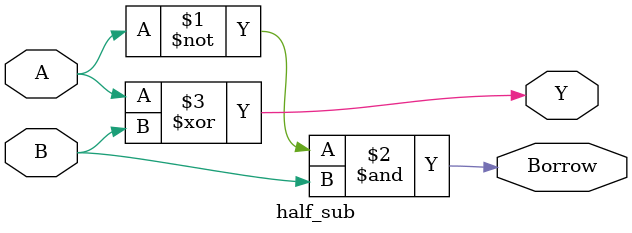
<source format=v>
module half_sub(
    input A, B,
    output Y, Borrow
);
   
    assign Borrow = (~A & B);
    assign Y = A ^ B;
   
endmodule
</source>
